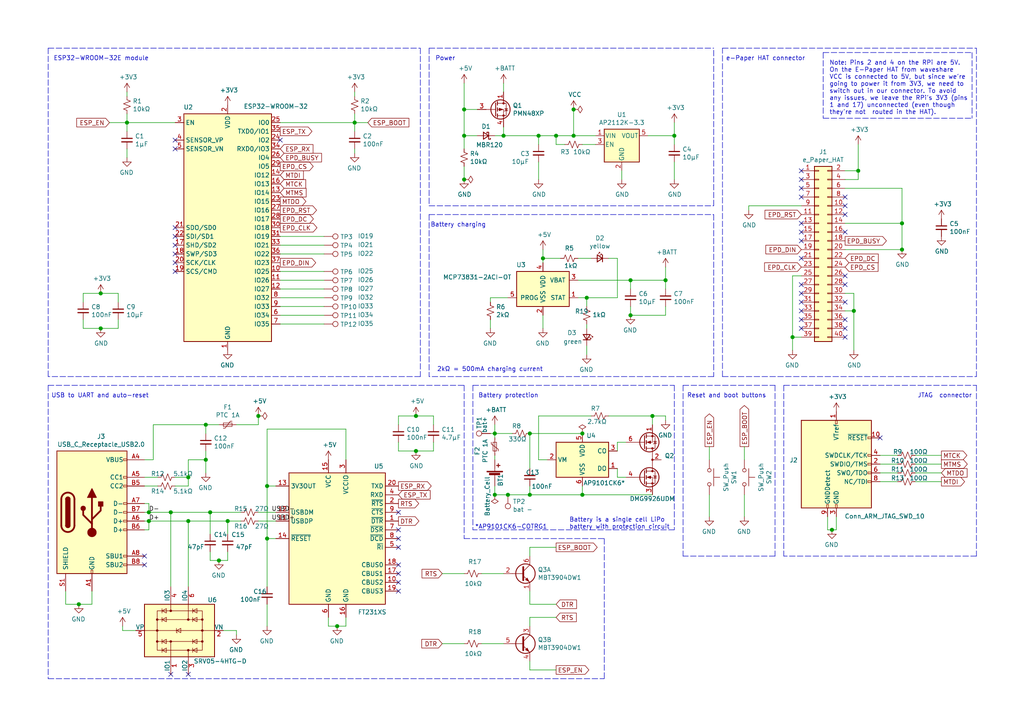
<source format=kicad_sch>
(kicad_sch (version 20210126) (generator eeschema)
  (paper "A4")
  (title_block (rev "0.1"))
  (junction (at 22.86 175.26) (diameter 1.016))
  (junction (at 29.21 85.09) (diameter 1.016))
  (junction (at 29.21 95.25) (diameter 1.016))
  (junction (at 36.83 35.56) (diameter 1.016))
  (junction (at 43.18 148.59) (diameter 1.016))
  (junction (at 43.18 151.13) (diameter 1.016))
  (junction (at 49.53 148.59) (diameter 1.016))
  (junction (at 54.61 138.43) (diameter 1.016))
  (junction (at 54.61 151.13) (diameter 1.016))
  (junction (at 59.69 123.19) (diameter 1.016))
  (junction (at 59.69 133.35) (diameter 1.016))
  (junction (at 60.96 148.59) (diameter 1.016))
  (junction (at 63.5 162.56) (diameter 1.016))
  (junction (at 66.04 151.13) (diameter 1.016))
  (junction (at 74.93 120.65) (diameter 1.016))
  (junction (at 77.47 140.97) (diameter 1.016))
  (junction (at 77.47 156.21) (diameter 1.016))
  (junction (at 97.79 181.61) (diameter 1.016))
  (junction (at 102.87 35.56) (diameter 1.016))
  (junction (at 120.65 120.65) (diameter 1.016))
  (junction (at 120.65 130.81) (diameter 1.016))
  (junction (at 134.62 31.75) (diameter 1.016))
  (junction (at 134.62 39.37) (diameter 1.016))
  (junction (at 134.62 52.07) (diameter 1.016))
  (junction (at 143.51 125.73) (diameter 1.016))
  (junction (at 143.51 143.51) (diameter 1.016))
  (junction (at 146.05 39.37) (diameter 1.016))
  (junction (at 147.32 143.51) (diameter 1.016))
  (junction (at 153.67 125.73) (diameter 1.016))
  (junction (at 153.67 143.51) (diameter 1.016))
  (junction (at 156.21 39.37) (diameter 1.016))
  (junction (at 157.48 74.93) (diameter 1.016))
  (junction (at 161.29 39.37) (diameter 1.016))
  (junction (at 166.37 31.75) (diameter 1.016))
  (junction (at 166.37 39.37) (diameter 1.016))
  (junction (at 168.91 125.73) (diameter 1.016))
  (junction (at 168.91 143.51) (diameter 1.016))
  (junction (at 170.18 86.36) (diameter 1.016))
  (junction (at 182.88 81.28) (diameter 1.016))
  (junction (at 182.88 91.44) (diameter 1.016))
  (junction (at 189.23 120.65) (diameter 1.016))
  (junction (at 193.04 81.28) (diameter 1.016))
  (junction (at 195.58 39.37) (diameter 1.016))
  (junction (at 229.87 97.79) (diameter 1.016))
  (junction (at 241.3 153.67) (diameter 1.016))
  (junction (at 247.65 90.17) (diameter 1.016))
  (junction (at 248.92 49.53) (diameter 1.016))
  (junction (at 261.62 64.77) (diameter 1.016))
  (junction (at 261.62 72.39) (diameter 1.016))
  (no_connect (at 41.91 161.29))
  (no_connect (at 41.91 163.83))
  (no_connect (at 49.53 195.58))
  (no_connect (at 50.8 40.64))
  (no_connect (at 50.8 43.18))
  (no_connect (at 50.8 66.04))
  (no_connect (at 50.8 68.58))
  (no_connect (at 50.8 71.12))
  (no_connect (at 50.8 73.66))
  (no_connect (at 50.8 76.2))
  (no_connect (at 50.8 78.74))
  (no_connect (at 54.61 195.58))
  (no_connect (at 81.28 40.64))
  (no_connect (at 115.57 148.59))
  (no_connect (at 115.57 153.67))
  (no_connect (at 115.57 156.21))
  (no_connect (at 115.57 158.75))
  (no_connect (at 115.57 163.83))
  (no_connect (at 115.57 166.37))
  (no_connect (at 115.57 168.91))
  (no_connect (at 115.57 171.45))
  (no_connect (at 232.41 49.53))
  (no_connect (at 232.41 52.07))
  (no_connect (at 232.41 54.61))
  (no_connect (at 232.41 57.15))
  (no_connect (at 232.41 64.77))
  (no_connect (at 232.41 67.31))
  (no_connect (at 232.41 69.85))
  (no_connect (at 232.41 74.93))
  (no_connect (at 232.41 82.55))
  (no_connect (at 232.41 85.09))
  (no_connect (at 232.41 87.63))
  (no_connect (at 232.41 90.17))
  (no_connect (at 232.41 92.71))
  (no_connect (at 232.41 95.25))
  (no_connect (at 245.11 57.15))
  (no_connect (at 245.11 59.69))
  (no_connect (at 245.11 62.23))
  (no_connect (at 245.11 67.31))
  (no_connect (at 245.11 80.01))
  (no_connect (at 245.11 82.55))
  (no_connect (at 245.11 87.63))
  (no_connect (at 245.11 92.71))
  (no_connect (at 245.11 95.25))
  (no_connect (at 245.11 97.79))
  (no_connect (at 255.27 127))
  (wire (pts (xy 19.05 171.45) (xy 19.05 175.26)))
  (wire (pts (xy 19.05 175.26) (xy 22.86 175.26)))
  (wire (pts (xy 22.86 175.26) (xy 26.67 175.26)))
  (wire (pts (xy 24.13 85.09) (xy 29.21 85.09)))
  (wire (pts (xy 24.13 87.63) (xy 24.13 85.09)))
  (wire (pts (xy 24.13 92.71) (xy 24.13 95.25)))
  (wire (pts (xy 24.13 95.25) (xy 29.21 95.25)))
  (wire (pts (xy 26.67 171.45) (xy 26.67 175.26)))
  (wire (pts (xy 29.21 85.09) (xy 34.29 85.09)))
  (wire (pts (xy 31.75 35.56) (xy 36.83 35.56)))
  (wire (pts (xy 34.29 85.09) (xy 34.29 87.63)))
  (wire (pts (xy 34.29 92.71) (xy 34.29 95.25)))
  (wire (pts (xy 34.29 95.25) (xy 29.21 95.25)))
  (wire (pts (xy 35.56 181.61) (xy 35.56 182.88)))
  (wire (pts (xy 35.56 182.88) (xy 39.37 182.88)))
  (wire (pts (xy 36.83 26.67) (xy 36.83 27.94)))
  (wire (pts (xy 36.83 33.02) (xy 36.83 35.56)))
  (wire (pts (xy 36.83 35.56) (xy 36.83 38.1)))
  (wire (pts (xy 36.83 35.56) (xy 50.8 35.56)))
  (wire (pts (xy 36.83 43.18) (xy 36.83 45.72)))
  (wire (pts (xy 41.91 133.35) (xy 44.45 133.35)))
  (wire (pts (xy 41.91 138.43) (xy 45.72 138.43)))
  (wire (pts (xy 41.91 140.97) (xy 45.72 140.97)))
  (wire (pts (xy 41.91 146.05) (xy 43.18 146.05)))
  (wire (pts (xy 41.91 148.59) (xy 43.18 148.59)))
  (wire (pts (xy 41.91 151.13) (xy 43.18 151.13)))
  (wire (pts (xy 41.91 153.67) (xy 43.18 153.67)))
  (wire (pts (xy 43.18 146.05) (xy 43.18 148.59)))
  (wire (pts (xy 43.18 148.59) (xy 49.53 148.59)))
  (wire (pts (xy 43.18 151.13) (xy 54.61 151.13)))
  (wire (pts (xy 43.18 153.67) (xy 43.18 151.13)))
  (wire (pts (xy 44.45 123.19) (xy 44.45 133.35)))
  (wire (pts (xy 44.45 123.19) (xy 59.69 123.19)))
  (wire (pts (xy 49.53 148.59) (xy 49.53 170.18)))
  (wire (pts (xy 49.53 148.59) (xy 60.96 148.59)))
  (wire (pts (xy 50.8 138.43) (xy 54.61 138.43)))
  (wire (pts (xy 50.8 140.97) (xy 54.61 140.97)))
  (wire (pts (xy 54.61 133.35) (xy 59.69 133.35)))
  (wire (pts (xy 54.61 138.43) (xy 54.61 133.35)))
  (wire (pts (xy 54.61 140.97) (xy 54.61 138.43)))
  (wire (pts (xy 54.61 151.13) (xy 54.61 170.18)))
  (wire (pts (xy 54.61 151.13) (xy 66.04 151.13)))
  (wire (pts (xy 59.69 123.19) (xy 59.69 125.73)))
  (wire (pts (xy 59.69 123.19) (xy 63.5 123.19)))
  (wire (pts (xy 59.69 130.81) (xy 59.69 133.35)))
  (wire (pts (xy 59.69 133.35) (xy 59.69 137.16)))
  (wire (pts (xy 60.96 148.59) (xy 60.96 154.94)))
  (wire (pts (xy 60.96 148.59) (xy 69.85 148.59)))
  (wire (pts (xy 60.96 160.02) (xy 60.96 162.56)))
  (wire (pts (xy 60.96 162.56) (xy 63.5 162.56)))
  (wire (pts (xy 63.5 162.56) (xy 66.04 162.56)))
  (wire (pts (xy 64.77 182.88) (xy 68.58 182.88)))
  (wire (pts (xy 66.04 151.13) (xy 66.04 154.94)))
  (wire (pts (xy 66.04 151.13) (xy 69.85 151.13)))
  (wire (pts (xy 66.04 162.56) (xy 66.04 160.02)))
  (wire (pts (xy 68.58 123.19) (xy 74.93 123.19)))
  (wire (pts (xy 68.58 182.88) (xy 68.58 184.15)))
  (wire (pts (xy 74.93 123.19) (xy 74.93 120.65)))
  (wire (pts (xy 74.93 148.59) (xy 80.01 148.59)))
  (wire (pts (xy 74.93 151.13) (xy 80.01 151.13)))
  (wire (pts (xy 77.47 124.46) (xy 77.47 140.97)))
  (wire (pts (xy 77.47 140.97) (xy 77.47 156.21)))
  (wire (pts (xy 77.47 140.97) (xy 80.01 140.97)))
  (wire (pts (xy 77.47 156.21) (xy 77.47 170.18)))
  (wire (pts (xy 77.47 156.21) (xy 80.01 156.21)))
  (wire (pts (xy 77.47 175.26) (xy 77.47 181.61)))
  (wire (pts (xy 81.28 35.56) (xy 102.87 35.56)))
  (wire (pts (xy 81.28 68.58) (xy 93.98 68.58)))
  (wire (pts (xy 81.28 71.12) (xy 93.98 71.12)))
  (wire (pts (xy 81.28 73.66) (xy 93.98 73.66)))
  (wire (pts (xy 81.28 78.74) (xy 93.98 78.74)))
  (wire (pts (xy 81.28 81.28) (xy 93.98 81.28)))
  (wire (pts (xy 81.28 83.82) (xy 93.98 83.82)))
  (wire (pts (xy 81.28 86.36) (xy 93.98 86.36)))
  (wire (pts (xy 81.28 88.9) (xy 93.98 88.9)))
  (wire (pts (xy 81.28 91.44) (xy 93.98 91.44)))
  (wire (pts (xy 81.28 93.98) (xy 93.98 93.98)))
  (wire (pts (xy 95.25 179.07) (xy 95.25 181.61)))
  (wire (pts (xy 95.25 181.61) (xy 97.79 181.61)))
  (wire (pts (xy 100.33 124.46) (xy 77.47 124.46)))
  (wire (pts (xy 100.33 124.46) (xy 100.33 133.35)))
  (wire (pts (xy 100.33 179.07) (xy 100.33 181.61)))
  (wire (pts (xy 100.33 181.61) (xy 97.79 181.61)))
  (wire (pts (xy 102.87 26.67) (xy 102.87 27.94)))
  (wire (pts (xy 102.87 33.02) (xy 102.87 35.56)))
  (wire (pts (xy 102.87 35.56) (xy 102.87 38.1)))
  (wire (pts (xy 102.87 35.56) (xy 106.68 35.56)))
  (wire (pts (xy 102.87 43.18) (xy 102.87 44.45)))
  (wire (pts (xy 115.57 120.65) (xy 120.65 120.65)))
  (wire (pts (xy 115.57 123.19) (xy 115.57 120.65)))
  (wire (pts (xy 115.57 128.27) (xy 115.57 130.81)))
  (wire (pts (xy 115.57 130.81) (xy 120.65 130.81)))
  (wire (pts (xy 120.65 120.65) (xy 125.73 120.65)))
  (wire (pts (xy 125.73 120.65) (xy 125.73 123.19)))
  (wire (pts (xy 125.73 128.27) (xy 125.73 130.81)))
  (wire (pts (xy 125.73 130.81) (xy 120.65 130.81)))
  (wire (pts (xy 128.27 166.37) (xy 134.62 166.37)))
  (wire (pts (xy 128.27 186.69) (xy 134.62 186.69)))
  (wire (pts (xy 134.62 24.13) (xy 134.62 31.75)))
  (wire (pts (xy 134.62 31.75) (xy 134.62 39.37)))
  (wire (pts (xy 134.62 31.75) (xy 138.43 31.75)))
  (wire (pts (xy 134.62 39.37) (xy 134.62 43.18)))
  (wire (pts (xy 134.62 39.37) (xy 138.43 39.37)))
  (wire (pts (xy 134.62 48.26) (xy 134.62 52.07)))
  (wire (pts (xy 139.7 166.37) (xy 146.05 166.37)))
  (wire (pts (xy 139.7 186.69) (xy 146.05 186.69)))
  (wire (pts (xy 142.24 86.36) (xy 147.32 86.36)))
  (wire (pts (xy 142.24 87.63) (xy 142.24 86.36)))
  (wire (pts (xy 142.24 95.25) (xy 142.24 92.71)))
  (wire (pts (xy 142.24 125.73) (xy 143.51 125.73)))
  (wire (pts (xy 143.51 39.37) (xy 146.05 39.37)))
  (wire (pts (xy 143.51 123.19) (xy 143.51 125.73)))
  (wire (pts (xy 143.51 125.73) (xy 143.51 127)))
  (wire (pts (xy 143.51 125.73) (xy 148.59 125.73)))
  (wire (pts (xy 143.51 132.08) (xy 143.51 133.35)))
  (wire (pts (xy 143.51 140.97) (xy 143.51 143.51)))
  (wire (pts (xy 143.51 143.51) (xy 147.32 143.51)))
  (wire (pts (xy 146.05 24.13) (xy 146.05 26.67)))
  (wire (pts (xy 146.05 36.83) (xy 146.05 39.37)))
  (wire (pts (xy 146.05 39.37) (xy 156.21 39.37)))
  (wire (pts (xy 147.32 143.51) (xy 153.67 143.51)))
  (wire (pts (xy 153.67 125.73) (xy 153.67 135.89)))
  (wire (pts (xy 153.67 125.73) (xy 168.91 125.73)))
  (wire (pts (xy 153.67 140.97) (xy 153.67 143.51)))
  (wire (pts (xy 153.67 143.51) (xy 168.91 143.51)))
  (wire (pts (xy 153.67 158.75) (xy 161.29 158.75)))
  (wire (pts (xy 153.67 161.29) (xy 153.67 158.75)))
  (wire (pts (xy 153.67 171.45) (xy 153.67 175.26)))
  (wire (pts (xy 153.67 175.26) (xy 161.29 175.26)))
  (wire (pts (xy 153.67 179.07) (xy 161.29 179.07)))
  (wire (pts (xy 153.67 181.61) (xy 153.67 179.07)))
  (wire (pts (xy 153.67 191.77) (xy 153.67 194.31)))
  (wire (pts (xy 153.67 194.31) (xy 161.29 194.31)))
  (wire (pts (xy 156.21 39.37) (xy 156.21 41.91)))
  (wire (pts (xy 156.21 39.37) (xy 161.29 39.37)))
  (wire (pts (xy 156.21 46.99) (xy 156.21 52.07)))
  (wire (pts (xy 156.21 120.65) (xy 156.21 133.35)))
  (wire (pts (xy 156.21 133.35) (xy 158.75 133.35)))
  (wire (pts (xy 157.48 72.39) (xy 157.48 74.93)))
  (wire (pts (xy 157.48 74.93) (xy 157.48 76.2)))
  (wire (pts (xy 157.48 74.93) (xy 162.56 74.93)))
  (wire (pts (xy 157.48 91.44) (xy 157.48 95.25)))
  (wire (pts (xy 161.29 39.37) (xy 161.29 41.91)))
  (wire (pts (xy 161.29 39.37) (xy 166.37 39.37)))
  (wire (pts (xy 161.29 41.91) (xy 163.83 41.91)))
  (wire (pts (xy 166.37 31.75) (xy 166.37 39.37)))
  (wire (pts (xy 166.37 39.37) (xy 172.72 39.37)))
  (wire (pts (xy 167.64 74.93) (xy 171.45 74.93)))
  (wire (pts (xy 168.91 41.91) (xy 172.72 41.91)))
  (wire (pts (xy 168.91 140.97) (xy 168.91 143.51)))
  (wire (pts (xy 168.91 143.51) (xy 189.23 143.51)))
  (wire (pts (xy 170.18 86.36) (xy 167.64 86.36)))
  (wire (pts (xy 170.18 86.36) (xy 170.18 88.9)))
  (wire (pts (xy 170.18 93.98) (xy 170.18 95.25)))
  (wire (pts (xy 170.18 100.33) (xy 170.18 102.87)))
  (wire (pts (xy 171.45 120.65) (xy 156.21 120.65)))
  (wire (pts (xy 176.53 74.93) (xy 179.07 74.93)))
  (wire (pts (xy 179.07 74.93) (xy 179.07 86.36)))
  (wire (pts (xy 179.07 86.36) (xy 170.18 86.36)))
  (wire (pts (xy 179.07 128.27) (xy 181.61 128.27)))
  (wire (pts (xy 179.07 130.81) (xy 179.07 128.27)))
  (wire (pts (xy 179.07 135.89) (xy 179.07 138.43)))
  (wire (pts (xy 179.07 138.43) (xy 181.61 138.43)))
  (wire (pts (xy 180.34 49.53) (xy 180.34 52.07)))
  (wire (pts (xy 182.88 81.28) (xy 167.64 81.28)))
  (wire (pts (xy 182.88 81.28) (xy 193.04 81.28)))
  (wire (pts (xy 182.88 83.82) (xy 182.88 81.28)))
  (wire (pts (xy 182.88 88.9) (xy 182.88 91.44)))
  (wire (pts (xy 187.96 39.37) (xy 195.58 39.37)))
  (wire (pts (xy 189.23 120.65) (xy 176.53 120.65)))
  (wire (pts (xy 189.23 120.65) (xy 193.04 120.65)))
  (wire (pts (xy 189.23 123.19) (xy 189.23 120.65)))
  (wire (pts (xy 193.04 77.47) (xy 193.04 81.28)))
  (wire (pts (xy 193.04 81.28) (xy 193.04 83.82)))
  (wire (pts (xy 193.04 88.9) (xy 193.04 91.44)))
  (wire (pts (xy 193.04 91.44) (xy 182.88 91.44)))
  (wire (pts (xy 193.04 120.65) (xy 193.04 121.92)))
  (wire (pts (xy 195.58 35.56) (xy 195.58 39.37)))
  (wire (pts (xy 195.58 39.37) (xy 195.58 41.91)))
  (wire (pts (xy 195.58 46.99) (xy 195.58 52.07)))
  (wire (pts (xy 205.74 129.54) (xy 205.74 133.35)))
  (wire (pts (xy 205.74 143.51) (xy 205.74 149.86)))
  (wire (pts (xy 215.9 129.54) (xy 215.9 133.35)))
  (wire (pts (xy 215.9 143.51) (xy 215.9 149.86)))
  (wire (pts (xy 217.17 59.69) (xy 232.41 59.69)))
  (wire (pts (xy 217.17 60.96) (xy 217.17 59.69)))
  (wire (pts (xy 229.87 80.01) (xy 229.87 97.79)))
  (wire (pts (xy 229.87 97.79) (xy 229.87 101.6)))
  (wire (pts (xy 229.87 97.79) (xy 232.41 97.79)))
  (wire (pts (xy 232.41 80.01) (xy 229.87 80.01)))
  (wire (pts (xy 240.03 149.86) (xy 240.03 153.67)))
  (wire (pts (xy 240.03 153.67) (xy 241.3 153.67)))
  (wire (pts (xy 242.57 149.86) (xy 242.57 153.67)))
  (wire (pts (xy 242.57 153.67) (xy 241.3 153.67)))
  (wire (pts (xy 245.11 49.53) (xy 248.92 49.53)))
  (wire (pts (xy 245.11 52.07) (xy 248.92 52.07)))
  (wire (pts (xy 245.11 54.61) (xy 261.62 54.61)))
  (wire (pts (xy 245.11 64.77) (xy 261.62 64.77)))
  (wire (pts (xy 245.11 72.39) (xy 261.62 72.39)))
  (wire (pts (xy 245.11 85.09) (xy 247.65 85.09)))
  (wire (pts (xy 245.11 90.17) (xy 247.65 90.17)))
  (wire (pts (xy 247.65 85.09) (xy 247.65 90.17)))
  (wire (pts (xy 247.65 90.17) (xy 247.65 101.6)))
  (wire (pts (xy 248.92 41.91) (xy 248.92 49.53)))
  (wire (pts (xy 248.92 52.07) (xy 248.92 49.53)))
  (wire (pts (xy 255.27 132.08) (xy 260.35 132.08)))
  (wire (pts (xy 255.27 134.62) (xy 260.35 134.62)))
  (wire (pts (xy 255.27 137.16) (xy 260.35 137.16)))
  (wire (pts (xy 255.27 139.7) (xy 260.35 139.7)))
  (wire (pts (xy 261.62 54.61) (xy 261.62 64.77)))
  (wire (pts (xy 261.62 64.77) (xy 261.62 72.39)))
  (wire (pts (xy 265.43 132.08) (xy 273.05 132.08)))
  (wire (pts (xy 265.43 134.62) (xy 273.05 134.62)))
  (wire (pts (xy 265.43 137.16) (xy 273.05 137.16)))
  (wire (pts (xy 265.43 139.7) (xy 273.05 139.7)))
  (polyline (pts (xy 13.97 13.97) (xy 13.97 100.33)) (stroke (width 0) (type dash)))
  (polyline (pts (xy 13.97 13.97) (xy 121.92 13.97)) (stroke (width 0) (type dash)))
  (polyline (pts (xy 13.97 109.22) (xy 13.97 100.33)) (stroke (width 0) (type dash)))
  (polyline (pts (xy 13.97 111.76) (xy 13.97 196.85)) (stroke (width 0) (type dash)))
  (polyline (pts (xy 13.97 111.76) (xy 134.62 111.76)) (stroke (width 0) (type dash)))
  (polyline (pts (xy 13.97 196.85) (xy 175.26 196.85)) (stroke (width 0) (type dash)))
  (polyline (pts (xy 121.92 13.97) (xy 121.92 109.22)) (stroke (width 0) (type dash)))
  (polyline (pts (xy 121.92 109.22) (xy 13.97 109.22)) (stroke (width 0) (type dash)))
  (polyline (pts (xy 124.46 13.97) (xy 124.46 59.69)) (stroke (width 0) (type dash)))
  (polyline (pts (xy 124.46 13.97) (xy 207.01 13.97)) (stroke (width 0) (type dash)))
  (polyline (pts (xy 124.46 59.69) (xy 207.01 59.69)) (stroke (width 0) (type dash)))
  (polyline (pts (xy 124.46 62.23) (xy 124.46 109.22)) (stroke (width 0) (type dash)))
  (polyline (pts (xy 124.46 62.23) (xy 207.01 62.23)) (stroke (width 0) (type dash)))
  (polyline (pts (xy 134.62 111.76) (xy 134.62 156.21)) (stroke (width 0) (type dash)))
  (polyline (pts (xy 134.62 156.21) (xy 175.26 156.21)) (stroke (width 0) (type dash)))
  (polyline (pts (xy 137.16 111.76) (xy 137.16 153.67)) (stroke (width 0) (type dash)))
  (polyline (pts (xy 137.16 111.76) (xy 195.58 111.76)) (stroke (width 0) (type dash)))
  (polyline (pts (xy 175.26 156.21) (xy 175.26 196.85)) (stroke (width 0) (type dash)))
  (polyline (pts (xy 195.58 111.76) (xy 195.58 153.67)) (stroke (width 0) (type dash)))
  (polyline (pts (xy 195.58 153.67) (xy 137.16 153.67)) (stroke (width 0) (type dash)))
  (polyline (pts (xy 198.12 111.76) (xy 198.12 161.29)) (stroke (width 0) (type dash)))
  (polyline (pts (xy 198.12 111.76) (xy 224.79 111.76)) (stroke (width 0) (type dash)))
  (polyline (pts (xy 207.01 59.69) (xy 207.01 13.97)) (stroke (width 0) (type dash)))
  (polyline (pts (xy 207.01 62.23) (xy 207.01 109.22)) (stroke (width 0) (type dash)))
  (polyline (pts (xy 207.01 109.22) (xy 124.46 109.22)) (stroke (width 0) (type dash)))
  (polyline (pts (xy 209.55 13.97) (xy 283.21 13.97)) (stroke (width 0) (type dash)))
  (polyline (pts (xy 209.55 109.22) (xy 209.55 13.97)) (stroke (width 0) (type dash)))
  (polyline (pts (xy 209.55 109.22) (xy 283.21 109.22)) (stroke (width 0) (type dash)))
  (polyline (pts (xy 224.79 111.76) (xy 224.79 161.29)) (stroke (width 0) (type dash)))
  (polyline (pts (xy 224.79 161.29) (xy 198.12 161.29)) (stroke (width 0) (type dash)))
  (polyline (pts (xy 227.33 111.76) (xy 227.33 161.29)) (stroke (width 0) (type dash)))
  (polyline (pts (xy 227.33 111.76) (xy 283.21 111.76)) (stroke (width 0) (type dash)))
  (polyline (pts (xy 238.76 15.24) (xy 238.76 34.29)) (stroke (width 0) (type dash)))
  (polyline (pts (xy 238.76 15.24) (xy 281.94 15.24)) (stroke (width 0) (type dash)))
  (polyline (pts (xy 238.76 34.29) (xy 281.94 34.29)) (stroke (width 0) (type dash)))
  (polyline (pts (xy 281.94 15.24) (xy 281.94 34.29)) (stroke (width 0) (type dash)))
  (polyline (pts (xy 283.21 13.97) (xy 283.21 109.22)) (stroke (width 0) (type dash)))
  (polyline (pts (xy 283.21 111.76) (xy 283.21 161.29)) (stroke (width 0) (type dash)))
  (polyline (pts (xy 283.21 161.29) (xy 227.33 161.29)) (stroke (width 0) (type dash)))
  (text "ESP32-WROOM-32E module" (at 43.18 17.78 180) (effects (font (size 1.27 1.27)) (justify right bottom)))
  (text "USB to UART and auto-reset" (at 43.18 115.57 180) (effects (font (size 1.27 1.27)) (justify right bottom)))
  (text "Power" (at 132.08 17.78 180) (effects (font (size 1.27 1.27)) (justify right bottom)))
  (text "Battery charging" (at 140.97 66.04 180) (effects (font (size 1.27 1.27)) (justify right bottom)))
  (text "Battery protection" (at 156.21 115.57 180) (effects (font (size 1.27 1.27)) (justify right bottom)))
  (text "2kΩ = 500mA charging current" (at 157.48 107.95 180) (effects (font (size 1.27 1.27)) (justify right bottom)))
  (text "*AP9101CK6-COTRG1" (at 158.75 153.67 180) (effects (font (size 1.27 1.27)) (justify right bottom)))
  (text "Battery is a single cell LiPo\nbattery with protection circuit" (at 165.1 153.67 0) (effects (font (size 1.27 1.27)) (justify left bottom)))
  (text "Reset and boot buttons" (at 222.25 115.57 180) (effects (font (size 1.27 1.27)) (justify right bottom)))
  (text "e-Paper HAT connector" (at 233.553 17.78 180) (effects (font (size 1.27 1.27)) (justify right bottom)))
  (text "Note: Pins 2 and 4 on the RPi are 5V. \nOn the E-Paper HAT from waveshare \nVCC is connected to 5V, but since we're \ngoing to power it from 3V3, we need to \nswitch out in our connector. To avoid\nany issues, we leave the RPi's 3V3 (pins\n1 and 17) unconnected (even though \nthey're not  routed in the HAT)." (at 240.538 33.401 0) (effects (font (size 1.27 1.27)) (justify left bottom)))
  (text "JTAG  connector" (at 281.94 115.57 180) (effects (font (size 1.27 1.27)) (justify right bottom)))
  (label "D-" (at 43.18 148.59 0))
  (label "D+" (at 43.18 151.13 0))
  (label "USBD-" (at 78.74 148.59 0))
  (label "USBD+" (at 78.74 151.13 0))
  (global_label "ESP_EN" (shape input) (at 31.75 35.56 180) (property "Intersheet References" "${INTERSHEET_REFS}" (effects hide)))
  (global_label "ESP_TX" (shape output) (at 81.28 38.1 0) (property "Intersheet References" "${INTERSHEET_REFS}" (effects hide)))
  (global_label "ESP_RX" (shape input) (at 81.28 43.18 0) (property "Intersheet References" "${INTERSHEET_REFS}" (effects hide)))
  (global_label "EPD_BUSY" (shape input) (at 81.28 45.72 0) (property "Intersheet References" "${INTERSHEET_REFS}" (effects hide)))
  (global_label "EPD_CS" (shape output) (at 81.28 48.26 0) (property "Intersheet References" "${INTERSHEET_REFS}" (effects hide)))
  (global_label "MTDI" (shape input) (at 81.28 50.8 0) (property "Intersheet References" "${INTERSHEET_REFS}" (effects hide)))
  (global_label "MTCK" (shape input) (at 81.28 53.34 0) (property "Intersheet References" "${INTERSHEET_REFS}" (effects hide)))
  (global_label "MTMS" (shape input) (at 81.28 55.88 0) (property "Intersheet References" "${INTERSHEET_REFS}" (effects hide)))
  (global_label "MTDO" (shape output) (at 81.28 58.42 0) (property "Intersheet References" "${INTERSHEET_REFS}" (effects hide)))
  (global_label "EPD_RST" (shape output) (at 81.28 60.96 0) (property "Intersheet References" "${INTERSHEET_REFS}" (effects hide)))
  (global_label "EPD_DC" (shape output) (at 81.28 63.5 0) (property "Intersheet References" "${INTERSHEET_REFS}" (effects hide)))
  (global_label "EPD_CLK" (shape output) (at 81.28 66.04 0) (property "Intersheet References" "${INTERSHEET_REFS}" (effects hide)))
  (global_label "EPD_DIN" (shape output) (at 81.28 76.2 0) (property "Intersheet References" "${INTERSHEET_REFS}" (effects hide)))
  (global_label "ESP_BOOT" (shape input) (at 106.68 35.56 0) (property "Intersheet References" "${INTERSHEET_REFS}" (effects hide)))
  (global_label "ESP_RX" (shape output) (at 115.57 140.97 0) (property "Intersheet References" "${INTERSHEET_REFS}" (effects hide)))
  (global_label "ESP_TX" (shape input) (at 115.57 143.51 0) (property "Intersheet References" "${INTERSHEET_REFS}" (effects hide)))
  (global_label "RTS" (shape output) (at 115.57 146.05 0) (property "Intersheet References" "${INTERSHEET_REFS}" (effects hide)))
  (global_label "DTR" (shape output) (at 115.57 151.13 0) (property "Intersheet References" "${INTERSHEET_REFS}" (effects hide)))
  (global_label "RTS" (shape input) (at 128.27 166.37 180) (property "Intersheet References" "${INTERSHEET_REFS}" (effects hide)))
  (global_label "DTR" (shape input) (at 128.27 186.69 180) (property "Intersheet References" "${INTERSHEET_REFS}" (effects hide)))
  (global_label "ESP_BOOT" (shape output) (at 161.29 158.75 0) (property "Intersheet References" "${INTERSHEET_REFS}" (effects hide)))
  (global_label "DTR" (shape input) (at 161.29 175.26 0) (property "Intersheet References" "${INTERSHEET_REFS}" (effects hide)))
  (global_label "RTS" (shape input) (at 161.29 179.07 0) (property "Intersheet References" "${INTERSHEET_REFS}" (effects hide)))
  (global_label "ESP_EN" (shape output) (at 161.29 194.31 0) (property "Intersheet References" "${INTERSHEET_REFS}" (effects hide)))
  (global_label "ESP_EN" (shape output) (at 205.74 129.54 90) (property "Intersheet References" "${INTERSHEET_REFS}" (effects hide)))
  (global_label "ESP_BOOT" (shape output) (at 215.9 129.54 90) (property "Intersheet References" "${INTERSHEET_REFS}" (effects hide)))
  (global_label "EPD_RST" (shape input) (at 232.41 62.23 180) (property "Intersheet References" "${INTERSHEET_REFS}" (effects hide)))
  (global_label "EPD_DIN" (shape input) (at 232.41 72.39 180) (property "Intersheet References" "${INTERSHEET_REFS}" (effects hide)))
  (global_label "EPD_CLK" (shape input) (at 232.41 77.47 180) (property "Intersheet References" "${INTERSHEET_REFS}" (effects hide)))
  (global_label "EPD_BUSY" (shape output) (at 245.11 69.85 0) (property "Intersheet References" "${INTERSHEET_REFS}" (effects hide)))
  (global_label "EPD_DC" (shape input) (at 245.11 74.93 0) (property "Intersheet References" "${INTERSHEET_REFS}" (effects hide)))
  (global_label "EPD_CS" (shape input) (at 245.11 77.47 0) (property "Intersheet References" "${INTERSHEET_REFS}" (effects hide)))
  (global_label "MTCK" (shape output) (at 273.05 132.08 0) (property "Intersheet References" "${INTERSHEET_REFS}" (effects hide)))
  (global_label "MTMS" (shape output) (at 273.05 134.62 0) (property "Intersheet References" "${INTERSHEET_REFS}" (effects hide)))
  (global_label "MTDO" (shape input) (at 273.05 137.16 0) (property "Intersheet References" "${INTERSHEET_REFS}" (effects hide)))
  (global_label "MTDI" (shape output) (at 273.05 139.7 0) (property "Intersheet References" "${INTERSHEET_REFS}" (effects hide)))
  (symbol (lib_id "power:PWR_FLAG") (at 74.93 120.65 270) (unit 1)
    (property "Reference" "#FLG03" (effects hide))
    (property "Value" "PWR_FLAG" (effects hide))
  )
  (symbol (lib_id "power:PWR_FLAG") (at 134.62 52.07 270) (unit 1)
    (property "Reference" "#FLG02" (effects hide))
    (property "Value" "PWR_FLAG" (effects hide))
  )
  (symbol (lib_id "power:PWR_FLAG") (at 143.51 143.51 180) (unit 1)
    (property "Reference" "#FLG05" (effects hide))
    (property "Value" "PWR_FLAG" (effects hide))
  )
  (symbol (lib_id "power:PWR_FLAG") (at 166.37 31.75 270) (unit 1)
    (property "Reference" "#FLG01" (effects hide))
    (property "Value" "PWR_FLAG" (effects hide))
  )
  (symbol (lib_id "power:PWR_FLAG") (at 168.91 125.73 0) (unit 1)
    (property "Reference" "#FLG0101" (effects hide))
    (property "Value" "PWR_FLAG" (effects hide))
  )
  (symbol (lib_id "Connector:TestPoint") (at 93.98 68.58 270) (unit 1)
    (property "Reference" "TP3" (at 98.6791 68.7006 90) (effects (justify left)))
    (property "Value" "IO19" (at 103.759 68.459 90) (effects (justify left)))
    (property "Footprint" "TestPoint:TestPoint_Pad_D2.0mm" (effects hide))
  )
  (symbol (lib_id "Connector:TestPoint") (at 93.98 71.12 270) (unit 1)
    (property "Reference" "TP4" (at 98.6791 71.2406 90) (effects (justify left)))
    (property "Value" "IO21" (at 103.759 70.999 90) (effects (justify left)))
    (property "Footprint" "TestPoint:TestPoint_Pad_D2.0mm" (effects hide))
  )
  (symbol (lib_id "Connector:TestPoint") (at 93.98 73.66 270) (unit 1)
    (property "Reference" "TP5" (at 98.6791 73.7806 90) (effects (justify left)))
    (property "Value" "IO22" (at 103.759 73.539 90) (effects (justify left)))
    (property "Footprint" "TestPoint:TestPoint_Pad_D2.0mm" (effects hide))
  )
  (symbol (lib_id "Connector:TestPoint") (at 93.98 78.74 270) (unit 1)
    (property "Reference" "TP6" (at 98.6791 78.8606 90) (effects (justify left)))
    (property "Value" "IO25" (at 103.759 78.619 90) (effects (justify left)))
    (property "Footprint" "TestPoint:TestPoint_Pad_D2.0mm" (effects hide))
  )
  (symbol (lib_id "Connector:TestPoint") (at 93.98 81.28 270) (unit 1)
    (property "Reference" "TP7" (at 98.6791 81.4006 90) (effects (justify left)))
    (property "Value" "IO26" (at 103.759 81.159 90) (effects (justify left)))
    (property "Footprint" "TestPoint:TestPoint_Pad_D2.0mm" (effects hide))
  )
  (symbol (lib_id "Connector:TestPoint") (at 93.98 83.82 270) (unit 1)
    (property "Reference" "TP8" (at 98.6791 83.9406 90) (effects (justify left)))
    (property "Value" "IO27" (at 103.759 83.699 90) (effects (justify left)))
    (property "Footprint" "TestPoint:TestPoint_Pad_D2.0mm" (effects hide))
  )
  (symbol (lib_id "Connector:TestPoint") (at 93.98 86.36 270) (unit 1)
    (property "Reference" "TP9" (at 98.6791 86.4806 90) (effects (justify left)))
    (property "Value" "IO32" (at 103.759 86.239 90) (effects (justify left)))
    (property "Footprint" "TestPoint:TestPoint_Pad_D2.0mm" (effects hide))
  )
  (symbol (lib_id "Connector:TestPoint") (at 93.98 88.9 270) (unit 1)
    (property "Reference" "TP10" (at 98.6791 89.0206 90) (effects (justify left)))
    (property "Value" "IO33" (at 103.759 88.779 90) (effects (justify left)))
    (property "Footprint" "TestPoint:TestPoint_Pad_D2.0mm" (effects hide))
  )
  (symbol (lib_id "Connector:TestPoint") (at 93.98 91.44 270) (unit 1)
    (property "Reference" "TP11" (at 98.6791 91.5606 90) (effects (justify left)))
    (property "Value" "IO34" (at 103.759 91.319 90) (effects (justify left)))
    (property "Footprint" "TestPoint:TestPoint_Pad_D2.0mm" (effects hide))
  )
  (symbol (lib_id "Connector:TestPoint") (at 93.98 93.98 270) (unit 1)
    (property "Reference" "TP12" (at 98.6791 94.1006 90) (effects (justify left)))
    (property "Value" "IO35" (at 103.759 93.859 90) (effects (justify left)))
    (property "Footprint" "TestPoint:TestPoint_Pad_D2.0mm" (effects hide))
  )
  (symbol (lib_id "Connector:TestPoint") (at 142.24 125.73 90) (unit 1)
    (property "Reference" "TP1" (at 139.0079 120.7771 0) (effects (justify right)))
    (property "Value" "bat+" (at 140.519 120.777 0) (effects (justify right)))
    (property "Footprint" "TestPoint:TestPoint_Pad_D2.0mm" (effects hide))
  )
  (symbol (lib_id "Connector:TestPoint") (at 147.32 143.51 180) (unit 1)
    (property "Reference" "TP2" (at 148.7171 145.4721 0) (effects (justify right)))
    (property "Value" "bat -" (at 148.717 147.771 0) (effects (justify right)))
    (property "Footprint" "TestPoint:TestPoint_Pad_D2.0mm" (effects hide))
  )
  (symbol (lib_id "power:+3V3") (at 29.21 85.09 0) (unit 1)
    (property "Reference" "#PWR021" (effects hide))
    (property "Value" "+3V3" (at 29.5783 80.7656 0))
  )
  (symbol (lib_id "Generative_picture:+5V_USB") (at 35.56 181.61 0) (unit 1)
    (property "Reference" "#PWR042" (effects hide))
    (property "Value" "+5V_USB" (at 35.9283 177.2856 0))
  )
  (symbol (lib_id "power:+3V3") (at 36.83 26.67 0) (unit 1)
    (property "Reference" "#PWR03" (effects hide))
    (property "Value" "+3V3" (at 37.1983 22.3456 0))
  )
  (symbol (lib_id "power:+3V3") (at 66.04 30.48 0) (unit 1)
    (property "Reference" "#PWR05" (effects hide))
    (property "Value" "+3V3" (at 66.4083 26.1556 0))
  )
  (symbol (lib_id "Generative_picture:+5V_USB") (at 74.93 120.65 0) (unit 1)
    (property "Reference" "#PWR030" (effects hide))
    (property "Value" "+5V_USB" (at 75.2983 116.3256 0))
  )
  (symbol (lib_id "Generative_picture:+5V_USB") (at 95.25 133.35 0) (unit 1)
    (property "Reference" "#PWR035" (effects hide))
    (property "Value" "+5V_USB" (at 95.6183 129.0256 0))
  )
  (symbol (lib_id "power:+3V3") (at 102.87 26.67 0) (unit 1)
    (property "Reference" "#PWR04" (effects hide))
    (property "Value" "+3V3" (at 103.2383 22.3456 0))
  )
  (symbol (lib_id "Generative_picture:+5V_USB") (at 120.65 120.65 0) (unit 1)
    (property "Reference" "#PWR031" (effects hide))
    (property "Value" "+5V_USB" (at 121.0183 116.3256 0))
  )
  (symbol (lib_id "Generative_picture:+5V_USB") (at 134.62 24.13 0) (unit 1)
    (property "Reference" "#PWR01" (effects hide))
    (property "Value" "+5V_USB" (at 134.9883 19.8056 0))
  )
  (symbol (lib_id "power:+BATT") (at 143.51 123.19 0) (unit 1)
    (property "Reference" "#PWR033" (effects hide))
    (property "Value" "+BATT" (at 143.8783 118.8656 0))
  )
  (symbol (lib_id "power:+BATT") (at 146.05 24.13 0) (unit 1)
    (property "Reference" "#PWR02" (effects hide))
    (property "Value" "+BATT" (at 146.4183 19.8056 0))
  )
  (symbol (lib_id "Generative_picture:+5V_USB") (at 157.48 72.39 0) (unit 1)
    (property "Reference" "#PWR018" (effects hide))
    (property "Value" "+5V_USB" (at 157.8483 68.0656 0))
  )
  (symbol (lib_id "power:VCC") (at 166.37 31.75 0) (unit 1)
    (property "Reference" "#PWR06" (effects hide))
    (property "Value" "VCC" (at 166.7383 27.4256 0))
  )
  (symbol (lib_id "power:+BATT") (at 193.04 77.47 0) (unit 1)
    (property "Reference" "#PWR020" (effects hide))
    (property "Value" "+BATT" (at 193.4083 73.1456 0))
  )
  (symbol (lib_id "power:+3V3") (at 195.58 35.56 0) (unit 1)
    (property "Reference" "#PWR07" (effects hide))
    (property "Value" "+3V3" (at 195.9483 31.2356 0))
  )
  (symbol (lib_id "power:+3V3") (at 242.57 119.38 0) (unit 1)
    (property "Reference" "#PWR029" (effects hide))
    (property "Value" "+3V3" (at 242.9383 115.0556 0))
  )
  (symbol (lib_id "power:+3V3") (at 248.92 41.91 0) (unit 1)
    (property "Reference" "#PWR08" (effects hide))
    (property "Value" "+3V3" (at 249.2883 37.5856 0))
  )
  (symbol (lib_id "power:+3V3") (at 273.05 63.5 0) (unit 1)
    (property "Reference" "#PWR016" (effects hide))
    (property "Value" "+3V3" (at 273.4183 59.1756 0))
  )
  (symbol (lib_id "power:GND") (at 22.86 175.26 0) (mirror y) (unit 1)
    (property "Reference" "#PWR041" (effects hide))
    (property "Value" "GND" (at 22.7457 179.5844 0))
  )
  (symbol (lib_id "power:GND") (at 29.21 95.25 0) (unit 1)
    (property "Reference" "#PWR023" (effects hide))
    (property "Value" "GND" (at 29.3243 99.5744 0))
  )
  (symbol (lib_id "power:GND") (at 36.83 45.72 0) (mirror y) (unit 1)
    (property "Reference" "#PWR010" (effects hide))
    (property "Value" "GND" (at 36.7157 50.0444 0))
  )
  (symbol (lib_id "power:GND") (at 59.69 137.16 0) (mirror y) (unit 1)
    (property "Reference" "#PWR036" (effects hide))
    (property "Value" "GND" (at 59.5757 141.4844 0))
  )
  (symbol (lib_id "power:GND") (at 63.5 162.56 0) (mirror y) (unit 1)
    (property "Reference" "#PWR040" (effects hide))
    (property "Value" "GND" (at 63.3857 166.8844 0))
  )
  (symbol (lib_id "power:GND") (at 66.04 101.6 0) (mirror y) (unit 1)
    (property "Reference" "#PWR026" (effects hide))
    (property "Value" "GND" (at 65.9257 105.9244 0))
  )
  (symbol (lib_id "power:GND") (at 68.58 184.15 0) (mirror y) (unit 1)
    (property "Reference" "#PWR045" (effects hide))
    (property "Value" "GND" (at 68.4657 188.4744 0))
  )
  (symbol (lib_id "power:GND") (at 77.47 181.61 0) (mirror y) (unit 1)
    (property "Reference" "#PWR043" (effects hide))
    (property "Value" "GND" (at 77.3557 185.9344 0))
  )
  (symbol (lib_id "power:GND") (at 97.79 181.61 0) (mirror y) (unit 1)
    (property "Reference" "#PWR044" (effects hide))
    (property "Value" "GND" (at 97.6757 185.9344 0))
  )
  (symbol (lib_id "power:GND") (at 102.87 44.45 0) (mirror y) (unit 1)
    (property "Reference" "#PWR09" (effects hide))
    (property "Value" "GND" (at 102.7557 48.7744 0))
  )
  (symbol (lib_id "power:GND") (at 120.65 130.81 0) (unit 1)
    (property "Reference" "#PWR034" (effects hide))
    (property "Value" "GND" (at 120.7643 135.1344 0))
  )
  (symbol (lib_id "power:GND") (at 134.62 52.07 0) (unit 1)
    (property "Reference" "#PWR011" (effects hide))
    (property "Value" "GND" (at 134.7343 56.3944 0))
  )
  (symbol (lib_id "power:GND") (at 142.24 95.25 0) (mirror y) (unit 1)
    (property "Reference" "#PWR024" (effects hide))
    (property "Value" "GND" (at 142.1257 99.5744 0))
  )
  (symbol (lib_id "power:GND") (at 156.21 52.07 0) (unit 1)
    (property "Reference" "#PWR012" (effects hide))
    (property "Value" "GND" (at 156.3243 56.3944 0))
  )
  (symbol (lib_id "power:GND") (at 157.48 95.25 0) (mirror y) (unit 1)
    (property "Reference" "#PWR025" (effects hide))
    (property "Value" "GND" (at 157.3657 99.5744 0))
  )
  (symbol (lib_id "power:GND") (at 170.18 102.87 0) (mirror y) (unit 1)
    (property "Reference" "#PWR046" (effects hide))
    (property "Value" "GND" (at 170.0657 107.1944 0))
  )
  (symbol (lib_id "power:GND") (at 180.34 52.07 0) (unit 1)
    (property "Reference" "#PWR013" (effects hide))
    (property "Value" "GND" (at 180.4543 56.3944 0))
  )
  (symbol (lib_id "power:GND") (at 182.88 91.44 0) (mirror y) (unit 1)
    (property "Reference" "#PWR022" (effects hide))
    (property "Value" "GND" (at 182.7657 95.7644 0))
  )
  (symbol (lib_id "power:GND") (at 193.04 121.92 0) (mirror y) (unit 1)
    (property "Reference" "#PWR032" (effects hide))
    (property "Value" "GND" (at 192.9257 126.2444 0))
  )
  (symbol (lib_id "power:GND") (at 195.58 52.07 0) (unit 1)
    (property "Reference" "#PWR014" (effects hide))
    (property "Value" "GND" (at 195.6943 56.3944 0))
  )
  (symbol (lib_id "power:GND") (at 205.74 149.86 0) (mirror y) (unit 1)
    (property "Reference" "#PWR037" (effects hide))
    (property "Value" "GND" (at 205.6257 154.1844 0))
  )
  (symbol (lib_id "power:GND") (at 215.9 149.86 0) (mirror y) (unit 1)
    (property "Reference" "#PWR038" (effects hide))
    (property "Value" "GND" (at 215.7857 154.1844 0))
  )
  (symbol (lib_id "power:GND") (at 217.17 60.96 0) (unit 1)
    (property "Reference" "#PWR015" (effects hide))
    (property "Value" "GND" (at 217.2843 65.2844 0))
  )
  (symbol (lib_id "power:GND") (at 229.87 101.6 0) (mirror y) (unit 1)
    (property "Reference" "#PWR027" (effects hide))
    (property "Value" "GND" (at 229.7557 105.9244 0))
  )
  (symbol (lib_id "power:GND") (at 241.3 153.67 0) (mirror y) (unit 1)
    (property "Reference" "#PWR039" (effects hide))
    (property "Value" "GND" (at 241.1857 157.9944 0))
  )
  (symbol (lib_id "power:GND") (at 247.65 101.6 0) (unit 1)
    (property "Reference" "#PWR028" (effects hide))
    (property "Value" "GND" (at 247.7643 105.9244 0))
  )
  (symbol (lib_id "power:GND") (at 261.62 72.39 0) (unit 1)
    (property "Reference" "#PWR019" (effects hide))
    (property "Value" "GND" (at 261.7343 76.7144 0))
  )
  (symbol (lib_id "power:GND") (at 273.05 68.58 0) (unit 1)
    (property "Reference" "#PWR017" (effects hide))
    (property "Value" "GND" (at 273.1643 72.9044 0))
  )
  (symbol (lib_id "Device:R_Small_US") (at 36.83 30.48 0) (unit 1)
    (property "Reference" "R1" (at 38.4811 29.3306 0) (effects (justify left)))
    (property "Value" "10kΩ" (at 38.481 31.629 0) (effects (justify left)))
    (property "Footprint" "Resistor_SMD:R_0805_2012Metric_Pad1.20x1.40mm_HandSolder" (effects hide))
  )
  (symbol (lib_id "Device:R_Small_US") (at 48.26 138.43 90) (unit 1)
    (property "Reference" "R12" (at 45.72 137.3948 90))
    (property "Value" "5.1kΩ" (at 53.086 137.408 90))
    (property "Footprint" "Resistor_SMD:R_0805_2012Metric_Pad1.20x1.40mm_HandSolder" (effects hide))
  )
  (symbol (lib_id "Device:R_Small_US") (at 48.26 140.97 90) (unit 1)
    (property "Reference" "R14" (at 45.72 142.4748 90))
    (property "Value" "5.1kΩ" (at 53.086 142.488 90))
    (property "Footprint" "Resistor_SMD:R_0805_2012Metric_Pad1.20x1.40mm_HandSolder" (effects hide))
  )
  (symbol (lib_id "Device:Polyfuse_Small") (at 66.04 123.19 90) (unit 1)
    (property "Reference" "F1" (at 66.04 118.0908 90))
    (property "Value" "PTC 1A" (at 66.04 120.39 90))
    (property "Footprint" "Generative_picture:Fuse_Bourns_MF-NSHT" (effects hide))
  )
  (symbol (lib_id "Device:R_Small_US") (at 72.39 148.59 90) (unit 1)
    (property "Reference" "R15" (at 69.85 147.5548 90))
    (property "Value" "27Ω" (at 75.946 147.568 90))
    (property "Footprint" "Resistor_SMD:R_0805_2012Metric_Pad1.20x1.40mm_HandSolder" (effects hide))
  )
  (symbol (lib_id "Device:R_Small_US") (at 72.39 151.13 90) (unit 1)
    (property "Reference" "R16" (at 69.85 152.6348 90))
    (property "Value" "27Ω" (at 75.946 152.648 90))
    (property "Footprint" "Resistor_SMD:R_0805_2012Metric_Pad1.20x1.40mm_HandSolder" (effects hide))
  )
  (symbol (lib_id "Device:R_Small_US") (at 102.87 30.48 0) (unit 1)
    (property "Reference" "R2" (at 104.5211 29.3306 0) (effects (justify left)))
    (property "Value" "10kΩ" (at 104.521 31.629 0) (effects (justify left)))
    (property "Footprint" "Resistor_SMD:R_0805_2012Metric_Pad1.20x1.40mm_HandSolder" (effects hide))
  )
  (symbol (lib_id "Device:R_Small_US") (at 134.62 45.72 0) (unit 1)
    (property "Reference" "R4" (at 136.2711 44.5706 0) (effects (justify left)))
    (property "Value" "10kΩ" (at 136.271 46.869 0) (effects (justify left)))
    (property "Footprint" "Resistor_SMD:R_0805_2012Metric_Pad1.20x1.40mm_HandSolder" (effects hide))
  )
  (symbol (lib_id "Device:R_Small_US") (at 137.16 166.37 270) (unit 1)
    (property "Reference" "R17" (at 135.7694 162.9411 90) (effects (justify left)))
    (property "Value" "10kΩ" (at 134.741 169.291 90) (effects (justify left)))
    (property "Footprint" "Resistor_SMD:R_0805_2012Metric_Pad1.20x1.40mm_HandSolder" (effects hide))
  )
  (symbol (lib_id "Device:R_Small_US") (at 137.16 186.69 270) (unit 1)
    (property "Reference" "R18" (at 135.7694 183.2611 90) (effects (justify left)))
    (property "Value" "10kΩ" (at 134.741 189.611 90) (effects (justify left)))
    (property "Footprint" "Resistor_SMD:R_0805_2012Metric_Pad1.20x1.40mm_HandSolder" (effects hide))
  )
  (symbol (lib_id "Device:R_Small_US") (at 142.24 90.17 0) (unit 1)
    (property "Reference" "R6" (at 143.8911 89.0206 0) (effects (justify left)))
    (property "Value" "2kΩ" (at 143.891 91.319 0) (effects (justify left)))
    (property "Footprint" "Resistor_SMD:R_0805_2012Metric_Pad1.20x1.40mm_HandSolder" (effects hide))
  )
  (symbol (lib_id "Device:Polyfuse_Small") (at 143.51 129.54 180) (unit 1)
    (property "Reference" "F2" (at 138.4108 130.81 90))
    (property "Value" "PTC 1A" (at 140.71 130.81 90))
    (property "Footprint" "Generative_picture:Fuse_Bourns_MF-NSHT" (effects hide))
  )
  (symbol (lib_id "Device:R_Small_US") (at 151.13 125.73 270) (unit 1)
    (property "Reference" "R8" (at 148.4694 123.5711 90) (effects (justify left)))
    (property "Value" "330Ω" (at 147.441 127.381 90) (effects (justify left)))
    (property "Footprint" "Resistor_SMD:R_0805_2012Metric_Pad1.20x1.40mm_HandSolder" (effects hide))
  )
  (symbol (lib_id "Device:R_Small_US") (at 165.1 74.93 90) (unit 1)
    (property "Reference" "R5" (at 166.4906 72.0089 90) (effects (justify left)))
    (property "Value" "1kΩ" (at 167.519 77.089 90) (effects (justify left)))
    (property "Footprint" "Resistor_SMD:R_0805_2012Metric_Pad1.20x1.40mm_HandSolder" (effects hide))
  )
  (symbol (lib_id "Device:R_Small_US") (at 166.37 41.91 90) (unit 1)
    (property "Reference" "R3" (at 165.2206 44.0689 90) (effects (justify left)))
    (property "Value" "10kΩ" (at 171.329 44.069 90) (effects (justify left)))
    (property "Footprint" "Resistor_SMD:R_0805_2012Metric_Pad1.20x1.40mm_HandSolder" (effects hide))
  )
  (symbol (lib_id "Device:R_Small_US") (at 170.18 91.44 0) (unit 1)
    (property "Reference" "R19" (at 166.7511 90.2906 0) (effects (justify left)))
    (property "Value" "1kΩ" (at 171.831 91.319 0) (effects (justify left)))
    (property "Footprint" "Resistor_SMD:R_0805_2012Metric_Pad1.20x1.40mm_HandSolder" (effects hide))
  )
  (symbol (lib_id "Device:R_Small_US") (at 173.99 120.65 270) (unit 1)
    (property "Reference" "R7" (at 171.3294 118.4911 90) (effects (justify left)))
    (property "Value" "2.7kΩ" (at 170.301 122.301 90) (effects (justify left)))
    (property "Footprint" "Resistor_SMD:R_0805_2012Metric_Pad1.20x1.40mm_HandSolder" (effects hide))
  )
  (symbol (lib_id "Device:R_Small_US") (at 262.89 132.08 90) (unit 1)
    (property "Reference" "R9" (at 260.35 131.0448 90))
    (property "Value" "100Ω" (at 266.446 131.058 90))
    (property "Footprint" "Resistor_SMD:R_0805_2012Metric_Pad1.20x1.40mm_HandSolder" (effects hide))
  )
  (symbol (lib_id "Device:R_Small_US") (at 262.89 134.62 90) (unit 1)
    (property "Reference" "R10" (at 260.35 133.5848 90))
    (property "Value" "100Ω" (at 266.446 133.598 90))
    (property "Footprint" "Resistor_SMD:R_0805_2012Metric_Pad1.20x1.40mm_HandSolder" (effects hide))
  )
  (symbol (lib_id "Device:R_Small_US") (at 262.89 137.16 90) (unit 1)
    (property "Reference" "R11" (at 260.35 136.1248 90))
    (property "Value" "100Ω" (at 266.446 136.138 90))
    (property "Footprint" "Resistor_SMD:R_0805_2012Metric_Pad1.20x1.40mm_HandSolder" (effects hide))
  )
  (symbol (lib_id "Device:R_Small_US") (at 262.89 139.7 90) (unit 1)
    (property "Reference" "R13" (at 260.35 138.6648 90))
    (property "Value" "100Ω" (at 266.446 138.678 90))
    (property "Footprint" "Resistor_SMD:R_0805_2012Metric_Pad1.20x1.40mm_HandSolder" (effects hide))
  )
  (symbol (lib_id "Device:D_Schottky_Small") (at 140.97 39.37 180) (unit 1)
    (property "Reference" "D1" (at 140.97 36.6838 0))
    (property "Value" "MBR120" (at 141.986 42.03 0))
    (property "Footprint" "Diode_SMD:D_SOD-123" (effects hide))
  )
  (symbol (lib_id "Device:LED_Small") (at 170.18 97.79 270) (mirror x) (unit 1)
    (property "Reference" "D3" (at 165.8812 96.52 90))
    (property "Value" "green" (at 166.123 99.06 90))
    (property "Footprint" "LED_SMD:LED_0805_2012Metric_Pad1.15x1.40mm_HandSolder" (effects hide))
  )
  (symbol (lib_id "Device:LED_Small") (at 173.99 74.93 0) (mirror y) (unit 1)
    (property "Reference" "D2" (at 173.99 69.0688 0))
    (property "Value" "yellow" (at 173.99 71.367 0))
    (property "Footprint" "LED_SMD:LED_0805_2012Metric_Pad1.15x1.40mm_HandSolder" (effects hide))
  )
  (symbol (lib_id "Device:C_Small") (at 24.13 90.17 0) (unit 1)
    (property "Reference" "C8" (at 26.4542 89.0206 0) (effects (justify left)))
    (property "Value" "100nF" (at 26.454 91.319 0) (effects (justify left)))
    (property "Footprint" "Capacitor_SMD:C_0805_2012Metric_Pad1.18x1.45mm_HandSolder" (effects hide))
  )
  (symbol (lib_id "Device:C_Small") (at 34.29 90.17 0) (unit 1)
    (property "Reference" "C9" (at 36.6142 89.0206 0) (effects (justify left)))
    (property "Value" "10µF" (at 36.614 91.319 0) (effects (justify left)))
    (property "Footprint" "Capacitor_SMD:C_0805_2012Metric_Pad1.18x1.45mm_HandSolder" (effects hide))
  )
  (symbol (lib_id "Device:C_Small") (at 36.83 40.64 0) (unit 1)
    (property "Reference" "C1" (at 39.1542 39.4906 0) (effects (justify left)))
    (property "Value" "1µF" (at 39.154 41.789 0) (effects (justify left)))
    (property "Footprint" "Capacitor_SMD:C_0805_2012Metric_Pad1.18x1.45mm_HandSolder" (effects hide))
  )
  (symbol (lib_id "Device:C_Small") (at 59.69 128.27 0) (unit 1)
    (property "Reference" "C12" (at 62.0142 127.1206 0) (effects (justify left)))
    (property "Value" "100nF" (at 62.014 129.419 0) (effects (justify left)))
    (property "Footprint" "Capacitor_SMD:C_0805_2012Metric_Pad1.18x1.45mm_HandSolder" (effects hide))
  )
  (symbol (lib_id "Device:C_Small") (at 60.96 157.48 0) (unit 1)
    (property "Reference" "C14" (at 62.0142 155.0606 0) (effects (justify left)))
    (property "Value" "47pF" (at 54.394 158.629 0) (effects (justify left)))
    (property "Footprint" "Capacitor_SMD:C_0805_2012Metric_Pad1.18x1.45mm_HandSolder" (effects hide))
  )
  (symbol (lib_id "Device:C_Small") (at 66.04 157.48 0) (unit 1)
    (property "Reference" "C15" (at 67.0942 155.0606 0) (effects (justify left)))
    (property "Value" "47pF" (at 68.364 158.629 0) (effects (justify left)))
    (property "Footprint" "Capacitor_SMD:C_0805_2012Metric_Pad1.18x1.45mm_HandSolder" (effects hide))
  )
  (symbol (lib_id "Device:C_Small") (at 77.47 172.72 0) (unit 1)
    (property "Reference" "C16" (at 73.4442 171.5706 0) (effects (justify left)))
    (property "Value" "100nF" (at 69.634 173.869 0) (effects (justify left)))
    (property "Footprint" "Capacitor_SMD:C_0805_2012Metric_Pad1.18x1.45mm_HandSolder" (effects hide))
  )
  (symbol (lib_id "Device:C_Small") (at 102.87 40.64 0) (unit 1)
    (property "Reference" "C2" (at 105.1942 39.4906 0) (effects (justify left)))
    (property "Value" "100nF" (at 105.194 41.789 0) (effects (justify left)))
    (property "Footprint" "Capacitor_SMD:C_0805_2012Metric_Pad1.18x1.45mm_HandSolder" (effects hide))
  )
  (symbol (lib_id "Device:C_Small") (at 115.57 125.73 0) (unit 1)
    (property "Reference" "C10" (at 117.8942 124.5806 0) (effects (justify left)))
    (property "Value" "100nF" (at 117.894 126.879 0) (effects (justify left)))
    (property "Footprint" "Capacitor_SMD:C_0805_2012Metric_Pad1.18x1.45mm_HandSolder" (effects hide))
  )
  (symbol (lib_id "Device:C_Small") (at 125.73 125.73 0) (unit 1)
    (property "Reference" "C11" (at 128.0542 124.5806 0) (effects (justify left)))
    (property "Value" "4.7µF" (at 128.054 126.879 0) (effects (justify left)))
    (property "Footprint" "Capacitor_SMD:C_0805_2012Metric_Pad1.18x1.45mm_HandSolder" (effects hide))
  )
  (symbol (lib_id "Device:C_Small") (at 153.67 138.43 180) (unit 1)
    (property "Reference" "C13" (at 156.4258 137.0394 0) (effects (justify left)))
    (property "Value" "100nF" (at 160.236 141.091 0) (effects (justify left)))
    (property "Footprint" "Capacitor_SMD:C_0805_2012Metric_Pad1.18x1.45mm_HandSolder" (effects hide))
  )
  (symbol (lib_id "Device:C_Small") (at 156.21 44.45 0) (unit 1)
    (property "Reference" "C3" (at 150.9142 44.5706 0) (effects (justify left)))
    (property "Value" "10µF" (at 148.374 46.869 0) (effects (justify left)))
    (property "Footprint" "Capacitor_SMD:C_0805_2012Metric_Pad1.18x1.45mm_HandSolder" (effects hide))
  )
  (symbol (lib_id "Device:C_Small") (at 182.88 86.36 0) (unit 1)
    (property "Reference" "C6" (at 185.2042 85.2106 0) (effects (justify left)))
    (property "Value" "10µF" (at 185.204 87.509 0) (effects (justify left)))
    (property "Footprint" "Capacitor_SMD:C_0805_2012Metric_Pad1.18x1.45mm_HandSolder" (effects hide))
  )
  (symbol (lib_id "Device:C_Small") (at 193.04 86.36 0) (unit 1)
    (property "Reference" "C7" (at 195.3642 85.2106 0) (effects (justify left)))
    (property "Value" "100nF" (at 195.364 87.509 0) (effects (justify left)))
    (property "Footprint" "Capacitor_SMD:C_0805_2012Metric_Pad1.18x1.45mm_HandSolder" (effects hide))
  )
  (symbol (lib_id "Device:C_Small") (at 195.58 44.45 0) (unit 1)
    (property "Reference" "C4" (at 197.9042 43.3006 0) (effects (justify left)))
    (property "Value" "10µF" (at 197.904 45.599 0) (effects (justify left)))
    (property "Footprint" "Capacitor_SMD:C_0805_2012Metric_Pad1.18x1.45mm_HandSolder" (effects hide))
  )
  (symbol (lib_id "Device:C_Small") (at 273.05 66.04 0) (unit 1)
    (property "Reference" "C5" (at 275.3742 64.8906 0) (effects (justify left)))
    (property "Value" "100nF" (at 275.374 67.189 0) (effects (justify left)))
    (property "Footprint" "Capacitor_SMD:C_0805_2012Metric_Pad1.18x1.45mm_HandSolder" (effects hide))
  )
  (symbol (lib_id "Device:Battery_Cell") (at 143.51 138.43 0) (unit 1)
    (property "Reference" "BT1" (at 145.1611 141.0906 90) (effects (justify left)))
    (property "Value" "Battery_Cell" (at 141.3511 149.7393 90) (effects (justify left)))
    (property "Footprint" "Connector_JST:JST_PH_S2B-PH-SM4-TB_1x02-1MP_P2.00mm_Horizontal" (effects hide))
  )
  (symbol (lib_id "Switch:SW_Push") (at 205.74 138.43 270) (unit 1)
    (property "Reference" "SW1" (at 212.8712 138.43 0))
    (property "Value" "SW_Push" (at 210.5725 138.43 0))
    (property "Footprint" "Generative_picture:SWITCH_TACTILE_CK_PTS636_SK43_SMTR_LFS" (effects hide))
  )
  (symbol (lib_id "Switch:SW_Push") (at 215.9 138.43 270) (unit 1)
    (property "Reference" "SW2" (at 223.0312 138.43 0))
    (property "Value" "SW_Push" (at 220.7325 138.43 0))
    (property "Footprint" "Generative_picture:SWITCH_TACTILE_CK_PTS636_SK43_SMTR_LFS" (effects hide))
  )
  (symbol (lib_id "Transistor_BJT:MBT3904DW1") (at 151.13 166.37 0) (unit 1)
    (property "Reference" "Q3" (at 155.9815 165.2206 0) (effects (justify left)))
    (property "Value" "MBT3904DW1" (at 155.9815 167.5193 0) (effects (justify left)))
    (property "Footprint" "Package_TO_SOT_SMD:SOT-363_SC-70-6" (effects hide))
    (property "Datasheet" "http://www.onsemi.com/pub_link/Collateral/MBT3904DW1T1-D.PDF" (effects hide))
  )
  (symbol (lib_id "Transistor_BJT:MBT3904DW1") (at 151.13 186.69 0) (unit 2)
    (property "Reference" "Q3" (at 155.9815 185.5406 0) (effects (justify left)))
    (property "Value" "MBT3904DW1" (at 155.9815 187.8393 0) (effects (justify left)))
    (property "Footprint" "Package_TO_SOT_SMD:SOT-363_SC-70-6" (effects hide))
    (property "Datasheet" "http://www.onsemi.com/pub_link/Collateral/MBT3904DW1T1-D.PDF" (effects hide))
  )
  (symbol (lib_id "Transistor_FET:PMN48XP") (at 143.51 31.75 0) (unit 1)
    (property "Reference" "Q1" (at 148.7171 30.6006 0) (effects (justify left)))
    (property "Value" "PMN48XP" (at 148.7171 32.8993 0) (effects (justify left)))
    (property "Footprint" "Package_SO:TSOP-6_1.65x3.05mm_P0.95mm" (effects hide))
    (property "Datasheet" "https://assets.nexperia.com/documents/data-sheet/PMN48XP.pdf" (effects hide))
  )
  (symbol (lib_id "Regulator_Linear:AP2112K-3.3") (at 180.34 41.91 0) (unit 1)
    (property "Reference" "U1" (at 180.34 33.2548 0))
    (property "Value" "AP2112K-3.3" (at 180.34 35.5535 0))
    (property "Footprint" "Package_TO_SOT_SMD:SOT-23-5" (effects hide))
    (property "Datasheet" "https://www.diodes.com/assets/Datasheets/AP2112.pdf" (effects hide))
  )
  (symbol (lib_id "Transistor_FET:DMG9926UDM") (at 189.23 133.35 0) (unit 1)
    (property "Reference" "Q2" (at 192.7861 132.2006 0) (effects (justify left)))
    (property "Value" "DMG9926UDM" (at 182.6261 144.6593 0) (effects (justify left)))
    (property "Footprint" "Package_TO_SOT_SMD:SOT-23-6" (effects hide))
    (property "Datasheet" "https://www.diodes.com/assets/Datasheets/ds31770.pdf" (effects hide))
  )
  (symbol (lib_id "Battery_Management:MCP73831-2-OT") (at 157.48 83.82 0) (unit 1)
    (property "Reference" "U3" (at 151.13 76.8158 0))
    (property "Value" "MCP73831-2ACI-OT" (at 138.43 80.384 0))
    (property "Footprint" "Package_TO_SOT_SMD:SOT-23-5" (effects hide))
    (property "Datasheet" "http://ww1.microchip.com/downloads/en/DeviceDoc/20001984g.pdf" (effects hide))
  )
  (symbol (lib_id "Battery_Management:AP9101CK6") (at 168.91 133.35 0) (unit 1)
    (property "Reference" "U4" (at 171.45 126.3458 0))
    (property "Value" "AP9101CK6*" (at 175.26 140.074 0))
    (property "Footprint" "Package_TO_SOT_SMD:SOT-23-6" (effects hide))
    (property "Datasheet" "https://www.diodes.com/assets/Datasheets/AP9101C.pdf" (effects hide))
  )
  (symbol (lib_id "Power_Protection:SRV05-4") (at 52.07 182.88 90) (unit 1)
    (property "Reference" "U6" (at 61.5758 173.99 90))
    (property "Value" "SRV05-4HTG-D" (at 63.875 191.77 90))
    (property "Footprint" "Package_TO_SOT_SMD:SOT-23-6" (effects hide))
    (property "Datasheet" "https://www.littelfuse.com/~/media/electronics/datasheets/tvs_diode_arrays/littelfuse_tvs_diode_array_srv05_4htg_d_datasheet.pdf.pdf" (effects hide))
  )
  (symbol (lib_id "Connector_Generic:Conn_02x20_Odd_Even") (at 237.49 72.39 0) (unit 1)
    (property "Reference" "J1" (at 238.76 44.0498 0))
    (property "Value" "e_Paper_HAT" (at 238.76 46.349 0))
    (property "Footprint" "Generative_picture:e-Paper_display_HAT" (effects hide))
  )
  (symbol (lib_id "Connector:Conn_ARM_JTAG_SWD_10") (at 242.57 134.62 0) (unit 1)
    (property "Reference" "J2" (at 231.3939 133.4706 0) (effects (justify right)))
    (property "Value" "Conn_ARM_JTAG_SWD_10" (at 268.2239 149.7393 0) (effects (justify right)))
    (property "Footprint" "Connector_PinHeader_2.54mm:PinHeader_2x05_P2.54mm_Vertical" (effects hide))
    (property "Datasheet" "http://infocenter.arm.com/help/topic/com.arm.doc.ddi0314h/DDI0314H_coresight_components_trm.pdf" (effects hide))
  )
  (symbol (lib_id "Connector:USB_C_Receptacle_USB2.0") (at 26.67 148.59 0) (unit 1)
    (property "Reference" "J3" (at 29.337 126.5998 0))
    (property "Value" "USB_C_Receptacle_USB2.0" (at 29.337 128.8985 0))
    (property "Footprint" "Generative_picture:USB_C_Receptacle_JAE_DX07S016JA1" (effects hide))
    (property "Datasheet" "https://www.usb.org/sites/default/files/documents/usb_type-c.zip" (effects hide))
  )
  (symbol (lib_id "Interface_USB:FT231XS") (at 97.79 156.21 0) (unit 1)
    (property "Reference" "U5" (at 109.855 135.2358 0))
    (property "Value" "FT231XS" (at 107.95 177.5395 0))
    (property "Footprint" "Package_SO:SSOP-20_3.9x8.7mm_P0.635mm" (effects hide))
    (property "Datasheet" "https://www.ftdichip.com/Support/Documents/DataSheets/ICs/DS_FT231X.pdf" (effects hide))
  )
  (symbol (lib_id "RF_Module:ESP32-WROOM-32") (at 66.04 66.04 0) (unit 1)
    (property "Reference" "U2" (at 54.61 31.0958 0))
    (property "Value" "ESP32-WROOM-32" (at 80.01 30.8545 0))
    (property "Footprint" "RF_Module:ESP32-WROOM-32" (effects hide))
    (property "Datasheet" "https://www.espressif.com/sites/default/files/documentation/esp32-wroom-32_datasheet_en.pdf" (effects hide))
  )
)
</source>
